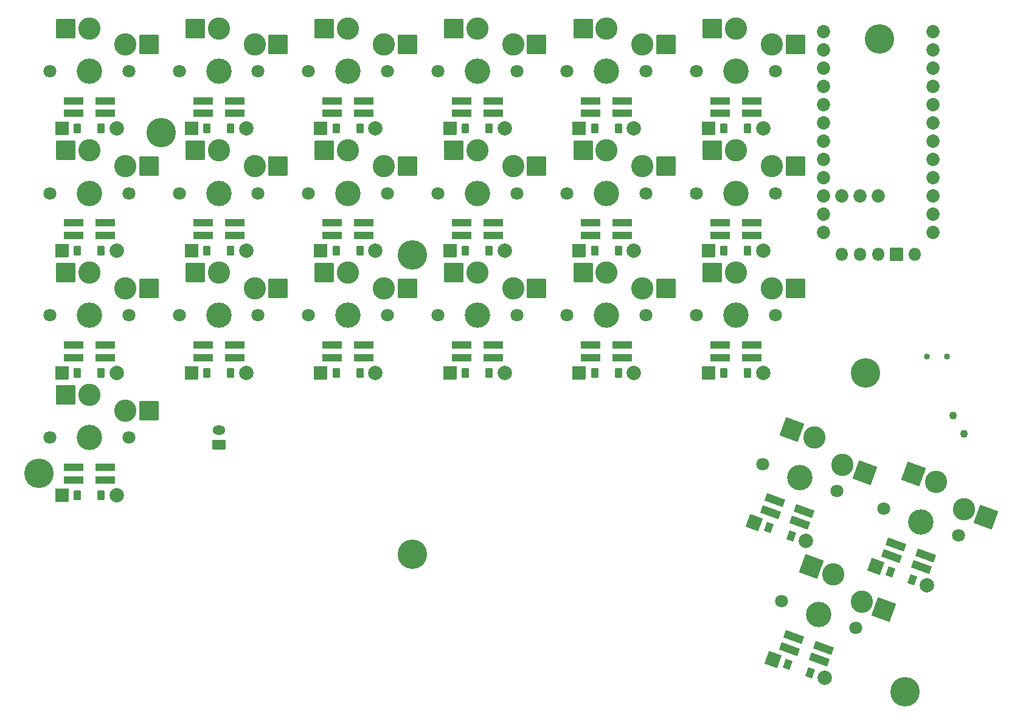
<source format=gbr>
%TF.GenerationSoftware,KiCad,Pcbnew,8.0.5*%
%TF.CreationDate,2024-09-15T18:20:55-04:00*%
%TF.ProjectId,theguy,74686567-7579-42e6-9b69-6361645f7063,v1.0.0*%
%TF.SameCoordinates,Original*%
%TF.FileFunction,Soldermask,Bot*%
%TF.FilePolarity,Negative*%
%FSLAX46Y46*%
G04 Gerber Fmt 4.6, Leading zero omitted, Abs format (unit mm)*
G04 Created by KiCad (PCBNEW 8.0.5) date 2024-09-15 18:20:55*
%MOMM*%
%LPD*%
G01*
G04 APERTURE LIST*
G04 Aperture macros list*
%AMRoundRect*
0 Rectangle with rounded corners*
0 $1 Rounding radius*
0 $2 $3 $4 $5 $6 $7 $8 $9 X,Y pos of 4 corners*
0 Add a 4 corners polygon primitive as box body*
4,1,4,$2,$3,$4,$5,$6,$7,$8,$9,$2,$3,0*
0 Add four circle primitives for the rounded corners*
1,1,$1+$1,$2,$3*
1,1,$1+$1,$4,$5*
1,1,$1+$1,$6,$7*
1,1,$1+$1,$8,$9*
0 Add four rect primitives between the rounded corners*
20,1,$1+$1,$2,$3,$4,$5,0*
20,1,$1+$1,$4,$5,$6,$7,0*
20,1,$1+$1,$6,$7,$8,$9,0*
20,1,$1+$1,$8,$9,$2,$3,0*%
G04 Aperture macros list end*
%ADD10C,1.100000*%
%ADD11RoundRect,0.050000X-1.139443X-0.531331X0.531331X-1.139443X1.139443X0.531331X-0.531331X1.139443X0*%
%ADD12RoundRect,0.050000X-0.628074X-0.409907X0.217650X-0.717725X0.628074X0.409907X-0.217650X0.717725X0*%
%ADD13C,2.005000*%
%ADD14RoundRect,0.050000X-0.889000X-0.889000X0.889000X-0.889000X0.889000X0.889000X-0.889000X0.889000X0*%
%ADD15RoundRect,0.050000X-0.450000X-0.600000X0.450000X-0.600000X0.450000X0.600000X-0.450000X0.600000X0*%
%ADD16RoundRect,0.050000X-1.300000X-0.500000X1.300000X-0.500000X1.300000X0.500000X-1.300000X0.500000X0*%
%ADD17C,1.801800*%
%ADD18C,3.100000*%
%ADD19C,3.529000*%
%ADD20RoundRect,0.050000X-1.300000X-1.300000X1.300000X-1.300000X1.300000X1.300000X-1.300000X1.300000X0*%
%ADD21C,4.100000*%
%ADD22RoundRect,0.050000X-1.666227X-0.776974X0.776974X-1.666227X1.666227X0.776974X-0.776974X1.666227X0*%
%ADD23RoundRect,0.050000X0.850000X-0.600000X0.850000X0.600000X-0.850000X0.600000X-0.850000X-0.600000X0*%
%ADD24O,1.800000X1.300000*%
%ADD25C,0.850000*%
%ADD26RoundRect,0.050000X-1.392610X-0.025220X1.050590X-0.914472X1.392610X0.025220X-1.050590X0.914472X0*%
%ADD27O,1.800000X1.800000*%
%ADD28RoundRect,0.050000X-0.850000X-0.850000X0.850000X-0.850000X0.850000X0.850000X-0.850000X0.850000X0*%
%ADD29C,1.852600*%
G04 APERTURE END LIST*
D10*
%TO.C,T1*%
X190250000Y-96900962D03*
X191750000Y-99499038D03*
%TD*%
D11*
%TO.C,D20*%
X162555118Y-111806490D03*
D12*
X164584854Y-112545254D03*
X167685840Y-113673920D03*
D13*
X169715576Y-114412684D03*
%TD*%
D14*
%TO.C,D3*%
X66190000Y-74000000D03*
D15*
X68350000Y-74000000D03*
X71650000Y-74000000D03*
D13*
X73810000Y-74000000D03*
%TD*%
D14*
%TO.C,D14*%
X138190000Y-91000000D03*
D15*
X140350000Y-91000000D03*
X143650000Y-91000000D03*
D13*
X145810000Y-91000000D03*
%TD*%
D16*
%TO.C,LED3*%
X67800000Y-71875000D03*
X67800000Y-70125000D03*
X72200000Y-70125000D03*
X72200000Y-71875000D03*
%TD*%
%TO.C,LED17*%
X157800000Y-88875000D03*
X157800000Y-87125000D03*
X162200000Y-87125000D03*
X162200000Y-88875000D03*
%TD*%
D17*
%TO.C,S10*%
X100500000Y-49000000D03*
D18*
X106000000Y-43050000D03*
D19*
X106000000Y-49000000D03*
D18*
X111000000Y-45250000D03*
D17*
X111500000Y-49000000D03*
D20*
X102725000Y-43050000D03*
X114275000Y-45250000D03*
%TD*%
D21*
%TO.C,*%
X80000000Y-57550000D03*
%TD*%
D16*
%TO.C,LED1*%
X67800000Y-105875000D03*
X67800000Y-104125000D03*
X72200000Y-104125000D03*
X72200000Y-105875000D03*
%TD*%
%TO.C,LED14*%
X139800000Y-88875000D03*
X139800000Y-87125000D03*
X144200000Y-87125000D03*
X144200000Y-88875000D03*
%TD*%
D17*
%TO.C,S13*%
X118500000Y-49000000D03*
D18*
X124000000Y-43050000D03*
D19*
X124000000Y-49000000D03*
D18*
X129000000Y-45250000D03*
D17*
X129500000Y-49000000D03*
D20*
X120725000Y-43050000D03*
X132275000Y-45250000D03*
%TD*%
D17*
%TO.C,S3*%
X64500000Y-66000000D03*
D18*
X70000000Y-60050000D03*
D19*
X70000000Y-66000000D03*
D18*
X75000000Y-62250000D03*
D17*
X75500000Y-66000000D03*
D20*
X66725000Y-60050000D03*
X78275000Y-62250000D03*
%TD*%
D17*
%TO.C,S22*%
X166346090Y-122763891D03*
D18*
X173549419Y-119053831D03*
D19*
X171514399Y-124645002D03*
D18*
X177495438Y-122831255D03*
D17*
X176682708Y-126526113D03*
D22*
X170471926Y-117933715D03*
X180572931Y-123951371D03*
%TD*%
D23*
%TO.C,JST1*%
X88000000Y-101000000D03*
D24*
X88000000Y-99000000D03*
%TD*%
D17*
%TO.C,S21*%
X180617666Y-109867298D03*
D18*
X187820995Y-106157238D03*
D19*
X185785975Y-111748409D03*
D18*
X191767014Y-109934662D03*
D17*
X190954284Y-113629520D03*
D22*
X184743502Y-105037122D03*
X194844507Y-111054778D03*
%TD*%
D25*
%TO.C,B1*%
X189375000Y-88700000D03*
X186625000Y-88700000D03*
%TD*%
D16*
%TO.C,LED16*%
X139800000Y-54875000D03*
X139800000Y-53125000D03*
X144200000Y-53125000D03*
X144200000Y-54875000D03*
%TD*%
%TO.C,LED2*%
X67800000Y-88875000D03*
X67800000Y-87125000D03*
X72200000Y-87125000D03*
X72200000Y-88875000D03*
%TD*%
D14*
%TO.C,D6*%
X84190000Y-74000000D03*
D15*
X86350000Y-74000000D03*
X89650000Y-74000000D03*
D13*
X91810000Y-74000000D03*
%TD*%
D17*
%TO.C,S1*%
X64500000Y-100000000D03*
D18*
X70000000Y-94050000D03*
D19*
X70000000Y-100000000D03*
D18*
X75000000Y-96250000D03*
D17*
X75500000Y-100000000D03*
D20*
X66725000Y-94050000D03*
X78275000Y-96250000D03*
%TD*%
D17*
%TO.C,S14*%
X136500000Y-83000000D03*
D18*
X142000000Y-77050000D03*
D19*
X142000000Y-83000000D03*
D18*
X147000000Y-79250000D03*
D17*
X147500000Y-83000000D03*
D20*
X138725000Y-77050000D03*
X150275000Y-79250000D03*
%TD*%
D14*
%TO.C,D1*%
X66190000Y-108000000D03*
D15*
X68350000Y-108000000D03*
X71650000Y-108000000D03*
D13*
X73810000Y-108000000D03*
%TD*%
D16*
%TO.C,LED19*%
X157800000Y-54875000D03*
X157800000Y-53125000D03*
X162200000Y-53125000D03*
X162200000Y-54875000D03*
%TD*%
D21*
%TO.C,*%
X63000000Y-105000000D03*
%TD*%
%TO.C,*%
X183557668Y-135413460D03*
%TD*%
D14*
%TO.C,D16*%
X138190000Y-57000000D03*
D15*
X140350000Y-57000000D03*
X143650000Y-57000000D03*
D13*
X145810000Y-57000000D03*
%TD*%
D17*
%TO.C,S7*%
X82500000Y-49000000D03*
D18*
X88000000Y-43050000D03*
D19*
X88000000Y-49000000D03*
D18*
X93000000Y-45250000D03*
D17*
X93500000Y-49000000D03*
D20*
X84725000Y-43050000D03*
X96275000Y-45250000D03*
%TD*%
D17*
%TO.C,S15*%
X136500000Y-66000000D03*
D18*
X142000000Y-60050000D03*
D19*
X142000000Y-66000000D03*
D18*
X147000000Y-62250000D03*
D17*
X147500000Y-66000000D03*
D20*
X138725000Y-60050000D03*
X150275000Y-62250000D03*
%TD*%
D17*
%TO.C,S5*%
X82500000Y-83000000D03*
D18*
X88000000Y-77050000D03*
D19*
X88000000Y-83000000D03*
D18*
X93000000Y-79250000D03*
D17*
X93500000Y-83000000D03*
D20*
X84725000Y-77050000D03*
X96275000Y-79250000D03*
%TD*%
D17*
%TO.C,S11*%
X118500000Y-83000000D03*
D18*
X124000000Y-77050000D03*
D19*
X124000000Y-83000000D03*
D18*
X129000000Y-79250000D03*
D17*
X129500000Y-83000000D03*
D20*
X120725000Y-77050000D03*
X132275000Y-79250000D03*
%TD*%
D16*
%TO.C,LED9*%
X103800000Y-71875000D03*
X103800000Y-70125000D03*
X108200000Y-70125000D03*
X108200000Y-71875000D03*
%TD*%
D26*
%TO.C,LED21*%
X181709283Y-116516659D03*
X182307818Y-114872197D03*
X186442465Y-116377085D03*
X185843930Y-118021547D03*
%TD*%
D21*
%TO.C,*%
X115000000Y-74550000D03*
%TD*%
D16*
%TO.C,LED7*%
X85800000Y-54875000D03*
X85800000Y-53125000D03*
X90200000Y-53125000D03*
X90200000Y-54875000D03*
%TD*%
D14*
%TO.C,D12*%
X120190000Y-74000000D03*
D15*
X122350000Y-74000000D03*
X125650000Y-74000000D03*
D13*
X127810000Y-74000000D03*
%TD*%
D17*
%TO.C,S17*%
X154500000Y-83000000D03*
D18*
X160000000Y-77050000D03*
D19*
X160000000Y-83000000D03*
D18*
X165000000Y-79250000D03*
D17*
X165500000Y-83000000D03*
D20*
X156725000Y-77050000D03*
X168275000Y-79250000D03*
%TD*%
D14*
%TO.C,D15*%
X138190000Y-74000000D03*
D15*
X140350000Y-74000000D03*
X143650000Y-74000000D03*
D13*
X145810000Y-74000000D03*
%TD*%
D21*
%TO.C,*%
X180000000Y-44500000D03*
%TD*%
D27*
%TO.C,niceView1*%
X184880000Y-74475000D03*
D28*
X182340000Y-74475000D03*
D27*
X179800000Y-74475000D03*
X177260000Y-74475000D03*
X174720000Y-74475000D03*
%TD*%
D17*
%TO.C,S6*%
X82500000Y-66000000D03*
D18*
X88000000Y-60050000D03*
D19*
X88000000Y-66000000D03*
D18*
X93000000Y-62250000D03*
D17*
X93500000Y-66000000D03*
D20*
X84725000Y-60050000D03*
X96275000Y-62250000D03*
%TD*%
D14*
%TO.C,D17*%
X156190000Y-91000000D03*
D15*
X158350000Y-91000000D03*
X161650000Y-91000000D03*
D13*
X163810000Y-91000000D03*
%TD*%
D21*
%TO.C,*%
X178000000Y-91000000D03*
%TD*%
D16*
%TO.C,LED5*%
X85800000Y-88875000D03*
X85800000Y-87125000D03*
X90200000Y-87125000D03*
X90200000Y-88875000D03*
%TD*%
D14*
%TO.C,D10*%
X102190000Y-57000000D03*
D15*
X104350000Y-57000000D03*
X107650000Y-57000000D03*
D13*
X109810000Y-57000000D03*
%TD*%
D14*
%TO.C,D7*%
X84190000Y-57000000D03*
D15*
X86350000Y-57000000D03*
X89650000Y-57000000D03*
D13*
X91810000Y-57000000D03*
%TD*%
D14*
%TO.C,D19*%
X156190000Y-57000000D03*
D15*
X158350000Y-57000000D03*
X161650000Y-57000000D03*
D13*
X163810000Y-57000000D03*
%TD*%
D16*
%TO.C,LED18*%
X157800000Y-71875000D03*
X157800000Y-70125000D03*
X162200000Y-70125000D03*
X162200000Y-71875000D03*
%TD*%
D17*
%TO.C,S9*%
X100500000Y-66000000D03*
D18*
X106000000Y-60050000D03*
D19*
X106000000Y-66000000D03*
D18*
X111000000Y-62250000D03*
D17*
X111500000Y-66000000D03*
D20*
X102725000Y-60050000D03*
X114275000Y-62250000D03*
%TD*%
D14*
%TO.C,D13*%
X120190000Y-57000000D03*
D15*
X122350000Y-57000000D03*
X125650000Y-57000000D03*
D13*
X127810000Y-57000000D03*
%TD*%
D17*
%TO.C,S8*%
X100500000Y-83000000D03*
D18*
X106000000Y-77050000D03*
D19*
X106000000Y-83000000D03*
D18*
X111000000Y-79250000D03*
D17*
X111500000Y-83000000D03*
D20*
X102725000Y-77050000D03*
X114275000Y-79250000D03*
%TD*%
D14*
%TO.C,D11*%
X120190000Y-91000000D03*
D15*
X122350000Y-91000000D03*
X125650000Y-91000000D03*
D13*
X127810000Y-91000000D03*
%TD*%
D16*
%TO.C,LED10*%
X103800000Y-54875000D03*
X103800000Y-53125000D03*
X108200000Y-53125000D03*
X108200000Y-54875000D03*
%TD*%
D11*
%TO.C,D22*%
X165198009Y-130859446D03*
D12*
X167227745Y-131598210D03*
X170328731Y-132726876D03*
D13*
X172358467Y-133465640D03*
%TD*%
D26*
%TO.C,LED20*%
X164794816Y-110360297D03*
X165393351Y-108715835D03*
X169527998Y-110220723D03*
X168929463Y-111865185D03*
%TD*%
D14*
%TO.C,D5*%
X84190000Y-91000000D03*
D15*
X86350000Y-91000000D03*
X89650000Y-91000000D03*
D13*
X91810000Y-91000000D03*
%TD*%
D17*
%TO.C,S12*%
X118500000Y-66000000D03*
D18*
X124000000Y-60050000D03*
D19*
X124000000Y-66000000D03*
D18*
X129000000Y-62250000D03*
D17*
X129500000Y-66000000D03*
D20*
X120725000Y-60050000D03*
X132275000Y-62250000D03*
%TD*%
D29*
%TO.C,MCU1*%
X187420000Y-43530000D03*
X187420000Y-46070000D03*
X187420000Y-48610000D03*
X187420000Y-51150000D03*
X187420000Y-53690000D03*
X187420000Y-56230000D03*
X187420000Y-58770000D03*
X187420000Y-61310000D03*
X187420000Y-63850000D03*
X187420000Y-66390000D03*
X187420000Y-68930000D03*
X187420000Y-71470000D03*
X172180000Y-71470000D03*
X172180000Y-68930000D03*
X172180000Y-66390000D03*
X172180000Y-63850000D03*
X172180000Y-61310000D03*
X172180000Y-58770000D03*
X172180000Y-56230000D03*
X172180000Y-53690000D03*
X172180000Y-51150000D03*
X172180000Y-48610000D03*
X172180000Y-46070000D03*
X172180000Y-43530000D03*
X174720000Y-66390000D03*
X177260000Y-66390000D03*
X179800000Y-66390000D03*
%TD*%
D14*
%TO.C,D8*%
X102190000Y-91000000D03*
D15*
X104350000Y-91000000D03*
X107650000Y-91000000D03*
D13*
X109810000Y-91000000D03*
%TD*%
D17*
%TO.C,S19*%
X154500000Y-49000000D03*
D18*
X160000000Y-43050000D03*
D19*
X160000000Y-49000000D03*
D18*
X165000000Y-45250000D03*
D17*
X165500000Y-49000000D03*
D20*
X156725000Y-43050000D03*
X168275000Y-45250000D03*
%TD*%
D11*
%TO.C,D21*%
X179469585Y-117962853D03*
D12*
X181499321Y-118701617D03*
X184600307Y-119830283D03*
D13*
X186630043Y-120569047D03*
%TD*%
D26*
%TO.C,LED22*%
X167437707Y-129413252D03*
X168036242Y-127768790D03*
X172170889Y-129273678D03*
X171572354Y-130918140D03*
%TD*%
D16*
%TO.C,LED15*%
X139800000Y-71875000D03*
X139800000Y-70125000D03*
X144200000Y-70125000D03*
X144200000Y-71875000D03*
%TD*%
%TO.C,LED6*%
X85800000Y-71875000D03*
X85800000Y-70125000D03*
X90200000Y-70125000D03*
X90200000Y-71875000D03*
%TD*%
D17*
%TO.C,S20*%
X163703199Y-103710936D03*
D18*
X170906528Y-100000876D03*
D19*
X168871508Y-105592047D03*
D18*
X174852547Y-103778300D03*
D17*
X174039817Y-107473158D03*
D22*
X167829035Y-98880760D03*
X177930040Y-104898416D03*
%TD*%
D14*
%TO.C,D4*%
X66190000Y-57000000D03*
D15*
X68350000Y-57000000D03*
X71650000Y-57000000D03*
D13*
X73810000Y-57000000D03*
%TD*%
D17*
%TO.C,S4*%
X64500000Y-49000000D03*
D18*
X70000000Y-43050000D03*
D19*
X70000000Y-49000000D03*
D18*
X75000000Y-45250000D03*
D17*
X75500000Y-49000000D03*
D20*
X66725000Y-43050000D03*
X78275000Y-45250000D03*
%TD*%
D16*
%TO.C,LED12*%
X121800000Y-71875000D03*
X121800000Y-70125000D03*
X126200000Y-70125000D03*
X126200000Y-71875000D03*
%TD*%
D17*
%TO.C,S16*%
X136500000Y-49000000D03*
D18*
X142000000Y-43050000D03*
D19*
X142000000Y-49000000D03*
D18*
X147000000Y-45250000D03*
D17*
X147500000Y-49000000D03*
D20*
X138725000Y-43050000D03*
X150275000Y-45250000D03*
%TD*%
D14*
%TO.C,D2*%
X66190000Y-91000000D03*
D15*
X68350000Y-91000000D03*
X71650000Y-91000000D03*
D13*
X73810000Y-91000000D03*
%TD*%
D16*
%TO.C,LED11*%
X121800000Y-88875000D03*
X121800000Y-87125000D03*
X126200000Y-87125000D03*
X126200000Y-88875000D03*
%TD*%
%TO.C,LED13*%
X121800000Y-54875000D03*
X121800000Y-53125000D03*
X126200000Y-53125000D03*
X126200000Y-54875000D03*
%TD*%
D14*
%TO.C,D9*%
X102190000Y-74000000D03*
D15*
X104350000Y-74000000D03*
X107650000Y-74000000D03*
D13*
X109810000Y-74000000D03*
%TD*%
D16*
%TO.C,LED4*%
X67800000Y-54875000D03*
X67800000Y-53125000D03*
X72200000Y-53125000D03*
X72200000Y-54875000D03*
%TD*%
%TO.C,LED8*%
X103800000Y-88875000D03*
X103800000Y-87125000D03*
X108200000Y-87125000D03*
X108200000Y-88875000D03*
%TD*%
D21*
%TO.C,*%
X115000000Y-116250000D03*
%TD*%
D14*
%TO.C,D18*%
X156190000Y-74000000D03*
D15*
X158350000Y-74000000D03*
X161650000Y-74000000D03*
D13*
X163810000Y-74000000D03*
%TD*%
D17*
%TO.C,S2*%
X64500000Y-83000000D03*
D18*
X70000000Y-77050000D03*
D19*
X70000000Y-83000000D03*
D18*
X75000000Y-79250000D03*
D17*
X75500000Y-83000000D03*
D20*
X66725000Y-77050000D03*
X78275000Y-79250000D03*
%TD*%
D17*
%TO.C,S18*%
X154500000Y-66000000D03*
D18*
X160000000Y-60050000D03*
D19*
X160000000Y-66000000D03*
D18*
X165000000Y-62250000D03*
D17*
X165500000Y-66000000D03*
D20*
X156725000Y-60050000D03*
X168275000Y-62250000D03*
%TD*%
M02*

</source>
